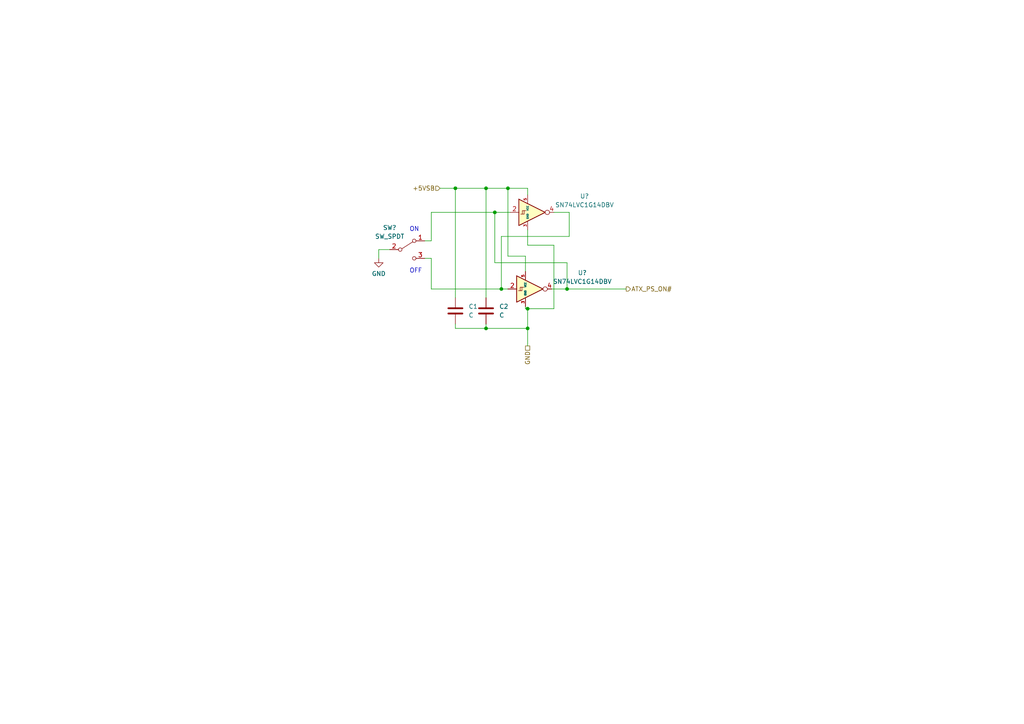
<source format=kicad_sch>
(kicad_sch (version 20230121) (generator eeschema)
  (paper "A4")
  (lib_symbols
    (symbol "74xGxx:SN74LVC1G14DBV"
      (property "Reference" "U" (at -2.54 5.08 0))
      (property "Value" "SN74LVC1G14DBV" (at 10.16 5.08 0))
      (symbol "SN74LVC1G14DBV_0_1"
        (polyline (pts (xy -1.016 0.508) (xy -0.508 0.508)))
        (polyline (pts (xy -2.54 3.81) (xy -2.54 -3.81) (xy 5.08 0) (xy -2.54 3.81)) (stroke (width 0.254)) (fill (type background)))
        (polyline (pts (xy -1.524 -0.508) (xy -1.524 0.508) (xy -1.016 0.508) (xy -1.016 -0.508) (xy -2.032 -0.508)))
        (circle (center 5.715 0) (radius 0.635))
      )
      (symbol "SN74LVC1G14DBV_1_1"
        (pin no_connect line (at 5.08 0 180) (length 2.54) hide (name "NC") (number "1"))
        (pin input line (at -5.08 0 0) (length 2.54) (name "~") (number "2"))
        (pin power_in line (at 0 -5.08 90) (length 2.54) (name "GND") (number "3"))
        (pin output line (at 7.62 0 180) (length 1.27) (name "~") (number "4"))
        (pin power_in line (at 0 5.08 270) (length 2.54) (name "VCC") (number "5"))
      )
    )
    (symbol "Device:C" (pin_numbers hide) (pin_names (offset 0.254))
      (property "Reference" "C" (at 0.635 2.54 0))
      (property "Value" "C" (at 0.635 -2.54 0))
      (symbol "C_0_1"
        (polyline (pts (xy -2.032 -0.762) (xy 2.032 -0.762)) (stroke (width 0.508)))
        (polyline (pts (xy -2.032 0.762) (xy 2.032 0.762)) (stroke (width 0.508)))
      )
      (symbol "C_1_1"
        (pin passive line (at 0 3.81 270) (length 2.794) (name "~") (number "1"))
        (pin passive line (at 0 -3.81 90) (length 2.794) (name "~") (number "2"))
      )
    )
    (symbol "Switch:SW_SPDT" (pin_names (offset 0) hide)
      (property "Reference" "SW" (at 0 4.318 0))
      (property "Value" "SW_SPDT" (at 0 -5.08 0))
      (symbol "SW_SPDT_0_0"
        (circle (center -2.032 0) (radius 0.508))
        (circle (center 2.032 -2.54) (radius 0.508))
      )
      (symbol "SW_SPDT_0_1"
        (polyline (pts (xy -1.524 0.254) (xy 1.651 2.286)))
        (circle (center 2.032 2.54) (radius 0.508))
      )
      (symbol "SW_SPDT_1_1"
        (pin passive line (at 5.08 2.54 180) (length 2.54) (name "A") (number "1"))
        (pin passive line (at -5.08 0 0) (length 2.54) (name "B") (number "2"))
        (pin passive line (at 5.08 -2.54 180) (length 2.54) (name "C") (number "3"))
      )
    )
    (symbol "power:GND" (power) (pin_names (offset 0))
      (property "Value" "GND" (at 0 -3.81 0))
      (symbol "GND_0_1"
        (polyline (pts (xy 0 0) (xy 0 -1.27) (xy 1.27 -1.27) (xy 0 -2.54) (xy -1.27 -1.27) (xy 0 -1.27)))
      )
      (symbol "GND_1_1"
        (pin power_in line (at 0 0 270) (length 0) hide (name "GND") (number "1"))
      )
    )
  )
  (junction (at 153.035 89.535))
  (junction (at 164.465 83.82))
  (junction (at 132.08 54.61))
  (junction (at 143.51 61.595))
  (junction (at 140.97 95.25))
  (junction (at 145.415 83.82))
  (junction (at 140.97 54.61))
  (junction (at 147.32 54.61))
  (junction (at 153.035 95.25))
  (wire (pts (xy 143.51 61.595) (xy 147.955 61.595)))
  (wire (pts (xy 153.035 56.515) (xy 153.035 54.61)))
  (wire (pts (xy 125.095 83.82) (xy 145.415 83.82)))
  (wire (pts (xy 160.02 83.82) (xy 164.465 83.82)))
  (wire (pts (xy 132.08 54.61) (xy 140.97 54.61)))
  (wire (pts (xy 109.855 74.93) (xy 109.855 72.39)))
  (wire (pts (xy 125.095 61.595) (xy 125.095 69.85)))
  (wire (pts (xy 160.655 89.535) (xy 153.035 89.535)))
  (wire (pts (xy 140.97 95.25) (xy 153.035 95.25)))
  (wire (pts (xy 125.095 74.93) (xy 123.19 74.93)))
  (wire (pts (xy 152.4 78.74) (xy 152.4 74.295)))
  (wire (pts (xy 164.465 76.2) (xy 143.51 76.2)))
  (wire (pts (xy 132.08 95.25) (xy 140.97 95.25)))
  (wire (pts (xy 109.855 72.39) (xy 113.03 72.39)))
  (wire (pts (xy 153.035 89.535) (xy 152.4 89.535)))
  (wire (pts (xy 153.035 54.61) (xy 147.32 54.61)))
  (wire (pts (xy 153.035 66.675) (xy 153.035 71.12)))
  (wire (pts (xy 160.655 61.595) (xy 165.1 61.595)))
  (wire (pts (xy 140.97 93.98) (xy 140.97 95.25)))
  (wire (pts (xy 165.1 68.58) (xy 145.415 68.58)))
  (wire (pts (xy 165.1 61.595) (xy 165.1 68.58)))
  (wire (pts (xy 145.415 83.82) (xy 147.32 83.82)))
  (wire (pts (xy 143.51 76.2) (xy 143.51 61.595)))
  (wire (pts (xy 152.4 74.295) (xy 147.32 74.295)))
  (wire (pts (xy 153.035 95.25) (xy 153.035 100.33)))
  (wire (pts (xy 164.465 83.82) (xy 181.61 83.82)))
  (wire (pts (xy 125.095 69.85) (xy 123.19 69.85)))
  (wire (pts (xy 140.97 54.61) (xy 147.32 54.61)))
  (wire (pts (xy 127.635 54.61) (xy 132.08 54.61)))
  (wire (pts (xy 125.095 61.595) (xy 143.51 61.595)))
  (wire (pts (xy 164.465 83.82) (xy 164.465 76.2)))
  (wire (pts (xy 145.415 68.58) (xy 145.415 83.82)))
  (wire (pts (xy 125.095 74.93) (xy 125.095 83.82)))
  (wire (pts (xy 147.32 54.61) (xy 147.32 74.295)))
  (wire (pts (xy 140.97 54.61) (xy 140.97 86.36)))
  (wire (pts (xy 132.08 93.98) (xy 132.08 95.25)))
  (wire (pts (xy 153.035 71.12) (xy 160.655 71.12)))
  (wire (pts (xy 152.4 88.9) (xy 152.4 89.535)))
  (wire (pts (xy 132.08 54.61) (xy 132.08 86.36)))
  (wire (pts (xy 153.035 89.535) (xy 153.035 95.25)))
  (wire (pts (xy 160.655 71.12) (xy 160.655 89.535)))
  (text "OFF" (at 118.745 79.375 0) (effects (font (size 1.27 1.27)) (justify left bottom)))
  (text "ON" (at 118.745 67.31 0) (effects (font (size 1.27 1.27)) (justify left bottom)))
  (hierarchical_label "GND" (shape passive) (at 153.035 100.33 270))
  (hierarchical_label "+5VSB" (shape input) (at 127.635 54.61 180))
  (hierarchical_label "ATX_PS_ON#" (shape output) (at 181.61 83.82 0))
  (symbol (lib_id "Switch:SW_SPDT") (at 118.11 72.39 0) (unit 1)
    (property "Reference" "SW?" (at 113.03 66.04 0))
    (property "Value" "SW_SPDT" (at 113.03 68.58 0))
    (instances (project "pdp11_front_panel" (path "" (reference "SW?") (unit 1)) (path "" (reference "SW1") (unit 1))))
  )
  (symbol (lib_id "Device:C") (at 140.97 90.17 0) (unit 1)
    (property "Reference" "C2" (at 144.78 88.9 0) (effects (justify left)))
    (property "Value" "C" (at 144.78 91.44 0) (effects (justify left)))
  )
  (symbol (lib_id "74xGxx:SN74LVC1G14DBV") (at 153.035 61.595 0) (unit 1)
    (property "Reference" "U?" (at 169.545 56.896 0))
    (property "Value" "SN74LVC1G14DBV" (at 169.545 59.436 0))
    (property "Footprint" "Package_TO_SOT_SMD:SOT-23-5" (effects hide))
    (property "Datasheet" "http://www.ti.com/lit/ds/symlink/sn74lvc1g14.pdf" (effects hide))
    (instances (project "pdp11_front_panel" (path "" (reference "U?") (unit 1)) (path "" (reference "U1") (unit 1))))
  )
  (symbol (lib_id "74xGxx:SN74LVC1G14DBV") (at 152.4 83.82 0) (unit 1)
    (property "Reference" "U?" (at 168.91 79.121 0))
    (property "Value" "SN74LVC1G14DBV" (at 168.91 81.661 0))
    (property "Footprint" "Package_TO_SOT_SMD:SOT-23-5" (effects hide))
    (property "Datasheet" "http://www.ti.com/lit/ds/symlink/sn74lvc1g14.pdf" (effects hide))
    (instances (project "pdp11_front_panel" (path "" (reference "U?") (unit 1)) (path "" (reference "U2") (unit 1))))
  )
  (symbol (lib_id "power:GND") (at 109.855 74.93 0) (unit 1)
    (property "Reference" "#PWR?" (effects hide))
    (property "Value" "GND" (at 109.855 79.375 0))
    (instances (project "pdp11_front_panel" (path "" (reference "#PWR?") (unit 1)) (path "" (reference "#PWR05") (unit 1))))
  )
  (symbol (lib_id "Device:C") (at 132.08 90.17 0) (unit 1)
    (property "Reference" "C1" (at 135.89 88.9 0) (effects (justify left)))
    (property "Value" "C" (at 135.89 91.44 0) (effects (justify left)))
  )
)
</source>
